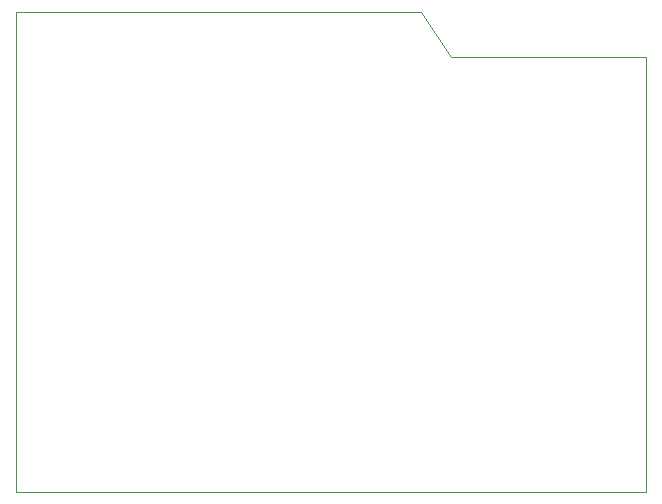
<source format=gbr>
G04 #@! TF.GenerationSoftware,KiCad,Pcbnew,(5.1.5-0)*
G04 #@! TF.CreationDate,2020-01-22T15:03:36-08:00*
G04 #@! TF.ProjectId,pcb_WslotPLAY,7063625f-5773-46c6-9f74-504c41592e6b,0*
G04 #@! TF.SameCoordinates,PX31a8670PY4fefde0*
G04 #@! TF.FileFunction,Profile,NP*
%FSLAX46Y46*%
G04 Gerber Fmt 4.6, Leading zero omitted, Abs format (unit mm)*
G04 Created by KiCad (PCBNEW (5.1.5-0)) date 2020-01-22 15:03:36*
%MOMM*%
%LPD*%
G04 APERTURE LIST*
%ADD10C,0.050000*%
G04 APERTURE END LIST*
D10*
X0Y40640000D02*
X34290000Y40640000D01*
X36830000Y36830000D02*
X53340000Y36830000D01*
X34290000Y40640000D02*
X36830000Y36830000D01*
X0Y0D02*
X0Y40640000D01*
X53340000Y0D02*
X0Y0D01*
X53340000Y36830000D02*
X53340000Y0D01*
M02*

</source>
